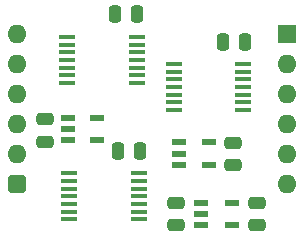
<source format=gts>
%TF.GenerationSoftware,KiCad,Pcbnew,8.0.7*%
%TF.CreationDate,2025-01-07T15:42:00+02:00*%
%TF.ProjectId,Clock Transition,436c6f63-6b20-4547-9261-6e736974696f,V1*%
%TF.SameCoordinates,Original*%
%TF.FileFunction,Soldermask,Top*%
%TF.FilePolarity,Negative*%
%FSLAX46Y46*%
G04 Gerber Fmt 4.6, Leading zero omitted, Abs format (unit mm)*
G04 Created by KiCad (PCBNEW 8.0.7) date 2025-01-07 15:42:00*
%MOMM*%
%LPD*%
G01*
G04 APERTURE LIST*
G04 Aperture macros list*
%AMRoundRect*
0 Rectangle with rounded corners*
0 $1 Rounding radius*
0 $2 $3 $4 $5 $6 $7 $8 $9 X,Y pos of 4 corners*
0 Add a 4 corners polygon primitive as box body*
4,1,4,$2,$3,$4,$5,$6,$7,$8,$9,$2,$3,0*
0 Add four circle primitives for the rounded corners*
1,1,$1+$1,$2,$3*
1,1,$1+$1,$4,$5*
1,1,$1+$1,$6,$7*
1,1,$1+$1,$8,$9*
0 Add four rect primitives between the rounded corners*
20,1,$1+$1,$2,$3,$4,$5,0*
20,1,$1+$1,$4,$5,$6,$7,0*
20,1,$1+$1,$6,$7,$8,$9,0*
20,1,$1+$1,$8,$9,$2,$3,0*%
G04 Aperture macros list end*
%ADD10R,1.475000X0.450000*%
%ADD11R,1.250000X0.600000*%
%ADD12RoundRect,0.250000X0.250000X0.475000X-0.250000X0.475000X-0.250000X-0.475000X0.250000X-0.475000X0*%
%ADD13RoundRect,0.250000X-0.475000X0.250000X-0.475000X-0.250000X0.475000X-0.250000X0.475000X0.250000X0*%
%ADD14RoundRect,0.250000X0.475000X-0.250000X0.475000X0.250000X-0.475000X0.250000X-0.475000X-0.250000X0*%
%ADD15R,1.150000X0.600000*%
%ADD16O,1.600000X1.600000*%
%ADD17RoundRect,0.400000X-0.400000X-0.400000X0.400000X-0.400000X0.400000X0.400000X-0.400000X0.400000X0*%
%ADD18R,1.600000X1.600000*%
G04 APERTURE END LIST*
D10*
%TO.C,IC5*%
X13318000Y-2495000D03*
X13318000Y-3145000D03*
X13318000Y-3795000D03*
X13318000Y-4445000D03*
X13318000Y-5095000D03*
X13318000Y-5745000D03*
X13318000Y-6395000D03*
X19194000Y-6395000D03*
X19194000Y-5745000D03*
X19194000Y-5095000D03*
X19194000Y-4445000D03*
X19194000Y-3795000D03*
X19194000Y-3145000D03*
X19194000Y-2495000D03*
%TD*%
D11*
%TO.C,IC3*%
X4338000Y-7051000D03*
X4338000Y-8001000D03*
X4338000Y-8951000D03*
X6838000Y-8951000D03*
X6838000Y-7051000D03*
%TD*%
%TO.C,IC1*%
X13756000Y-9149000D03*
X13756000Y-10099000D03*
X13756000Y-11049000D03*
X16256000Y-11049000D03*
X16256000Y-9149000D03*
%TD*%
D12*
%TO.C,C1*%
X19349000Y-635000D03*
X17449000Y-635000D03*
%TD*%
%TO.C,C2*%
X10459000Y-9861000D03*
X8559000Y-9861000D03*
%TD*%
D13*
%TO.C,C6*%
X2413000Y-7194000D03*
X2413000Y-9094000D03*
%TD*%
D12*
%TO.C,C3*%
X10205000Y1733000D03*
X8305000Y1733000D03*
%TD*%
D14*
%TO.C,C43*%
X13462000Y-16174000D03*
X13462000Y-14274000D03*
%TD*%
D15*
%TO.C,IC2*%
X15591000Y-14274000D03*
X15591000Y-15224000D03*
X15591000Y-16174000D03*
X18191000Y-16174000D03*
X18191000Y-14274000D03*
%TD*%
D13*
%TO.C,C5*%
X18308000Y-9165000D03*
X18308000Y-11065000D03*
%TD*%
D10*
%TO.C,IC4*%
X4465060Y-11751000D03*
X4465060Y-12401000D03*
X4465060Y-13051000D03*
X4465060Y-13701000D03*
X4465060Y-14351000D03*
X4465060Y-15001000D03*
X4465060Y-15651000D03*
X10341060Y-15651000D03*
X10341060Y-15001000D03*
X10341060Y-14351000D03*
X10341060Y-13701000D03*
X10341060Y-13051000D03*
X10341060Y-12401000D03*
X10341060Y-11751000D03*
%TD*%
D14*
%TO.C,C44*%
X20320000Y-16174000D03*
X20320000Y-14274000D03*
%TD*%
D10*
%TO.C,IC7*%
X4301000Y-209000D03*
X4301000Y-859000D03*
X4301000Y-1509000D03*
X4301000Y-2159000D03*
X4301000Y-2809000D03*
X4301000Y-3459000D03*
X4301000Y-4109000D03*
X10177000Y-4109000D03*
X10177000Y-3459000D03*
X10177000Y-2809000D03*
X10177000Y-2159000D03*
X10177000Y-1509000D03*
X10177000Y-859000D03*
X10177000Y-209000D03*
%TD*%
D16*
%TO.C,J1*%
X0Y0D03*
X0Y-2540000D03*
X0Y-5080000D03*
X0Y-7620000D03*
X0Y-10160000D03*
D17*
X0Y-12700000D03*
D16*
X22860000Y-12700000D03*
X22860000Y-10160000D03*
X22860000Y-7620000D03*
X22860000Y-5080000D03*
X22860000Y-2540000D03*
D18*
X22860000Y0D03*
%TD*%
M02*

</source>
